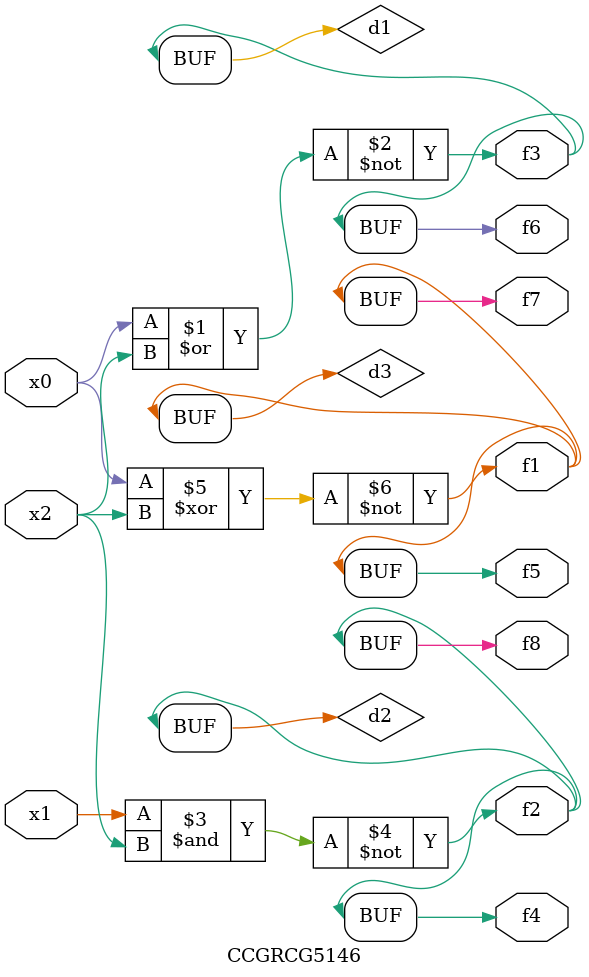
<source format=v>
module CCGRCG5146(
	input x0, x1, x2,
	output f1, f2, f3, f4, f5, f6, f7, f8
);

	wire d1, d2, d3;

	nor (d1, x0, x2);
	nand (d2, x1, x2);
	xnor (d3, x0, x2);
	assign f1 = d3;
	assign f2 = d2;
	assign f3 = d1;
	assign f4 = d2;
	assign f5 = d3;
	assign f6 = d1;
	assign f7 = d3;
	assign f8 = d2;
endmodule

</source>
